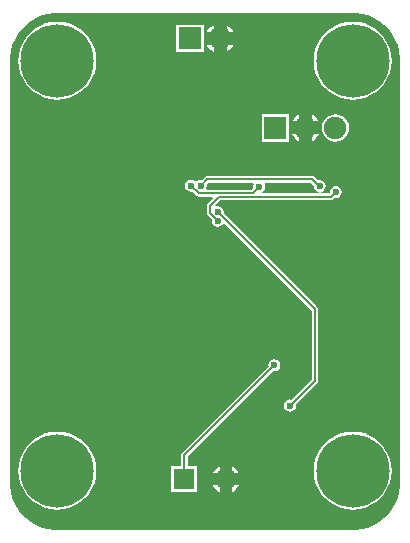
<source format=gbl>
G04*
G04 #@! TF.GenerationSoftware,Altium Limited,Altium Designer,19.1.6 (110)*
G04*
G04 Layer_Physical_Order=2*
G04 Layer_Color=16711680*
%FSLAX43Y43*%
%MOMM*%
G71*
G01*
G75*
%ADD25C,1.900*%
%ADD26R,1.900X1.900*%
%ADD43C,0.150*%
%ADD44C,1.800*%
%ADD45R,1.800X1.800*%
%ADD46C,6.200*%
%ADD47C,0.600*%
G36*
X99788Y92961D02*
X100298Y92824D01*
X100786Y92622D01*
X101244Y92358D01*
X101663Y92036D01*
X102036Y91663D01*
X102358Y91244D01*
X102622Y90786D01*
X102824Y90298D01*
X102961Y89788D01*
X103030Y89264D01*
Y89000D01*
X103030Y53285D01*
X103030Y53021D01*
X102961Y52497D01*
X102824Y51987D01*
X102622Y51499D01*
X102358Y51041D01*
X102036Y50622D01*
X101663Y50248D01*
X101244Y49927D01*
X100786Y49663D01*
X100298Y49461D01*
X99788Y49324D01*
X99264Y49255D01*
X99000Y49255D01*
X74000D01*
X73736Y49255D01*
X73212Y49324D01*
X72702Y49461D01*
X72214Y49663D01*
X71756Y49927D01*
X71337Y50249D01*
X70963Y50622D01*
X70642Y51041D01*
X70378Y51499D01*
X70176Y51987D01*
X70039Y52497D01*
X69970Y53021D01*
Y53285D01*
Y89000D01*
Y89264D01*
X70039Y89788D01*
X70176Y90298D01*
X70378Y90786D01*
X70642Y91244D01*
X70964Y91663D01*
X71337Y92036D01*
X71756Y92358D01*
X72214Y92622D01*
X72702Y92824D01*
X73212Y92961D01*
X73736Y93030D01*
X99264D01*
X99788Y92961D01*
D02*
G37*
%LPC*%
G36*
X88320Y92000D02*
Y91425D01*
X88895D01*
X88862Y91505D01*
X88662Y91767D01*
X88400Y91967D01*
X88320Y92000D01*
D02*
G37*
G36*
X87220D02*
X87140Y91967D01*
X86878Y91767D01*
X86678Y91505D01*
X86645Y91425D01*
X87220D01*
Y92000D01*
D02*
G37*
G36*
X88895Y90325D02*
X88320D01*
Y89750D01*
X88400Y89783D01*
X88662Y89983D01*
X88862Y90245D01*
X88895Y90325D01*
D02*
G37*
G36*
X87220D02*
X86645D01*
X86678Y90245D01*
X86878Y89983D01*
X87140Y89783D01*
X87220Y89750D01*
Y90325D01*
D02*
G37*
G36*
X86380Y92025D02*
X84080D01*
Y89725D01*
X86380D01*
Y92025D01*
D02*
G37*
G36*
X99000Y92310D02*
X98482Y92269D01*
X97977Y92148D01*
X97497Y91949D01*
X97054Y91678D01*
X96659Y91341D01*
X96322Y90946D01*
X96051Y90503D01*
X95852Y90023D01*
X95731Y89518D01*
X95690Y89000D01*
X95731Y88482D01*
X95852Y87977D01*
X96051Y87497D01*
X96322Y87054D01*
X96659Y86659D01*
X97054Y86322D01*
X97497Y86051D01*
X97977Y85852D01*
X98482Y85731D01*
X99000Y85690D01*
X99518Y85731D01*
X100023Y85852D01*
X100503Y86051D01*
X100946Y86322D01*
X101341Y86659D01*
X101678Y87054D01*
X101949Y87497D01*
X102148Y87977D01*
X102269Y88482D01*
X102310Y89000D01*
X102269Y89518D01*
X102148Y90023D01*
X101949Y90503D01*
X101678Y90946D01*
X101341Y91341D01*
X100946Y91678D01*
X100503Y91949D01*
X100023Y92148D01*
X99518Y92269D01*
X99000Y92310D01*
D02*
G37*
G36*
X74000D02*
X73482Y92269D01*
X72977Y92148D01*
X72497Y91949D01*
X72054Y91678D01*
X71659Y91341D01*
X71322Y90946D01*
X71051Y90503D01*
X70852Y90023D01*
X70731Y89518D01*
X70690Y89000D01*
X70731Y88482D01*
X70852Y87977D01*
X71051Y87497D01*
X71322Y87054D01*
X71659Y86659D01*
X72054Y86322D01*
X72497Y86051D01*
X72977Y85852D01*
X73482Y85731D01*
X74000Y85690D01*
X74518Y85731D01*
X75023Y85852D01*
X75503Y86051D01*
X75946Y86322D01*
X76341Y86659D01*
X76678Y87054D01*
X76949Y87497D01*
X77148Y87977D01*
X77269Y88482D01*
X77310Y89000D01*
X77269Y89518D01*
X77148Y90023D01*
X76949Y90503D01*
X76678Y90946D01*
X76341Y91341D01*
X75946Y91678D01*
X75503Y91949D01*
X75023Y92148D01*
X74518Y92269D01*
X74000Y92310D01*
D02*
G37*
G36*
X95550Y84425D02*
Y83850D01*
X96125D01*
X96092Y83930D01*
X95892Y84192D01*
X95630Y84392D01*
X95550Y84425D01*
D02*
G37*
G36*
X94450D02*
X94370Y84392D01*
X94108Y84192D01*
X93908Y83930D01*
X93875Y83850D01*
X94450D01*
Y84425D01*
D02*
G37*
G36*
X96125Y82750D02*
X95550D01*
Y82175D01*
X95630Y82208D01*
X95892Y82408D01*
X96092Y82670D01*
X96125Y82750D01*
D02*
G37*
G36*
X94450D02*
X93875D01*
X93908Y82670D01*
X94108Y82408D01*
X94370Y82208D01*
X94450Y82175D01*
Y82750D01*
D02*
G37*
G36*
X93610Y84450D02*
X91310D01*
Y82150D01*
X93610D01*
Y84450D01*
D02*
G37*
G36*
X97545Y84465D02*
X97245Y84425D01*
X96965Y84310D01*
X96725Y84125D01*
X96541Y83885D01*
X96425Y83605D01*
X96385Y83305D01*
X96425Y83005D01*
X96541Y82725D01*
X96725Y82485D01*
X96965Y82301D01*
X97245Y82185D01*
X97545Y82145D01*
X97845Y82185D01*
X98125Y82301D01*
X98365Y82485D01*
X98550Y82725D01*
X98665Y83005D01*
X98705Y83305D01*
X98665Y83605D01*
X98550Y83885D01*
X98365Y84125D01*
X98125Y84310D01*
X97845Y84425D01*
X97545Y84465D01*
D02*
G37*
G36*
X95575Y79230D02*
X86675D01*
X86568Y79209D01*
X86477Y79148D01*
X86244Y78916D01*
X86150Y78935D01*
X85955Y78896D01*
X85790Y78785D01*
X85788Y78784D01*
X85661D01*
X85660Y78785D01*
X85495Y78896D01*
X85300Y78935D01*
X85105Y78896D01*
X84940Y78785D01*
X84829Y78620D01*
X84790Y78425D01*
X84829Y78230D01*
X84940Y78065D01*
X85105Y77954D01*
X85300Y77915D01*
X85394Y77934D01*
X85752Y77577D01*
X85843Y77516D01*
X85950Y77495D01*
X87132D01*
X87181Y77377D01*
X86714Y76910D01*
X86653Y76819D01*
X86632Y76712D01*
Y76113D01*
X86653Y76006D01*
X86714Y75915D01*
X87084Y75544D01*
X87065Y75450D01*
X87104Y75255D01*
X87215Y75090D01*
X87380Y74979D01*
X87575Y74940D01*
X87770Y74979D01*
X87935Y75090D01*
X87995Y75179D01*
X88154Y75199D01*
X95520Y67834D01*
Y62016D01*
X93794Y60291D01*
X93700Y60310D01*
X93505Y60271D01*
X93340Y60160D01*
X93229Y59995D01*
X93190Y59800D01*
X93229Y59605D01*
X93340Y59440D01*
X93505Y59329D01*
X93700Y59290D01*
X93895Y59329D01*
X94060Y59440D01*
X94171Y59605D01*
X94210Y59800D01*
X94191Y59894D01*
X95998Y61702D01*
X96059Y61793D01*
X96080Y61900D01*
Y67950D01*
X96059Y68057D01*
X95998Y68148D01*
X88066Y76081D01*
X88085Y76175D01*
X88046Y76370D01*
X87935Y76535D01*
X87770Y76646D01*
X87575Y76685D01*
X87433Y76656D01*
X87370Y76774D01*
X87791Y77195D01*
X97175D01*
X97282Y77216D01*
X97373Y77277D01*
X97481Y77384D01*
X97575Y77365D01*
X97770Y77404D01*
X97935Y77515D01*
X98046Y77680D01*
X98085Y77875D01*
X98046Y78070D01*
X97935Y78235D01*
X97770Y78346D01*
X97575Y78385D01*
X97380Y78346D01*
X97215Y78235D01*
X97104Y78070D01*
X97065Y77875D01*
X96960Y77755D01*
X96324D01*
X96311Y77882D01*
X96420Y77904D01*
X96585Y78015D01*
X96696Y78180D01*
X96735Y78375D01*
X96696Y78570D01*
X96585Y78735D01*
X96420Y78846D01*
X96225Y78885D01*
X96068Y78854D01*
X95773Y79148D01*
X95682Y79209D01*
X95575Y79230D01*
D02*
G37*
G36*
X92375Y63710D02*
X92180Y63671D01*
X92015Y63560D01*
X91904Y63395D01*
X91865Y63200D01*
X91884Y63106D01*
X84552Y55773D01*
X84491Y55682D01*
X84470Y55575D01*
Y54650D01*
X83650D01*
Y52450D01*
X85850D01*
Y54650D01*
X85030D01*
Y55459D01*
X92281Y62709D01*
X92375Y62690D01*
X92570Y62729D01*
X92735Y62840D01*
X92846Y63005D01*
X92885Y63200D01*
X92846Y63395D01*
X92735Y63560D01*
X92570Y63671D01*
X92375Y63710D01*
D02*
G37*
G36*
X88750Y54642D02*
Y54050D01*
X89342D01*
X89298Y54155D01*
X89106Y54406D01*
X88855Y54598D01*
X88750Y54642D01*
D02*
G37*
G36*
X87750D02*
X87645Y54598D01*
X87394Y54406D01*
X87202Y54155D01*
X87158Y54050D01*
X87750D01*
Y54642D01*
D02*
G37*
G36*
X89342Y53050D02*
X88750D01*
Y52458D01*
X88855Y52502D01*
X89106Y52694D01*
X89298Y52945D01*
X89342Y53050D01*
D02*
G37*
G36*
X87750D02*
X87158D01*
X87202Y52945D01*
X87394Y52694D01*
X87645Y52502D01*
X87750Y52458D01*
Y53050D01*
D02*
G37*
G36*
X99000Y57595D02*
X98482Y57554D01*
X97977Y57433D01*
X97497Y57234D01*
X97054Y56963D01*
X96659Y56626D01*
X96322Y56231D01*
X96051Y55788D01*
X95852Y55308D01*
X95731Y54803D01*
X95690Y54285D01*
X95731Y53767D01*
X95852Y53262D01*
X96051Y52782D01*
X96322Y52339D01*
X96659Y51944D01*
X97054Y51607D01*
X97497Y51336D01*
X97977Y51137D01*
X98482Y51016D01*
X99000Y50975D01*
X99518Y51016D01*
X100023Y51137D01*
X100503Y51336D01*
X100946Y51607D01*
X101341Y51944D01*
X101678Y52339D01*
X101949Y52782D01*
X102148Y53262D01*
X102269Y53767D01*
X102310Y54285D01*
X102269Y54803D01*
X102148Y55308D01*
X101949Y55788D01*
X101678Y56231D01*
X101341Y56626D01*
X100946Y56963D01*
X100503Y57234D01*
X100023Y57433D01*
X99518Y57554D01*
X99000Y57595D01*
D02*
G37*
G36*
X74000D02*
X73482Y57554D01*
X72977Y57433D01*
X72497Y57234D01*
X72054Y56963D01*
X71659Y56626D01*
X71322Y56231D01*
X71051Y55788D01*
X70852Y55308D01*
X70731Y54803D01*
X70690Y54285D01*
X70731Y53767D01*
X70852Y53262D01*
X71051Y52782D01*
X71322Y52339D01*
X71659Y51944D01*
X72054Y51607D01*
X72497Y51336D01*
X72977Y51137D01*
X73482Y51016D01*
X74000Y50975D01*
X74518Y51016D01*
X75023Y51137D01*
X75503Y51336D01*
X75946Y51607D01*
X76341Y51944D01*
X76678Y52339D01*
X76949Y52782D01*
X77148Y53262D01*
X77269Y53767D01*
X77310Y54285D01*
X77269Y54803D01*
X77148Y55308D01*
X76949Y55788D01*
X76678Y56231D01*
X76341Y56626D01*
X75946Y56963D01*
X75503Y57234D01*
X75023Y57433D01*
X74518Y57554D01*
X74000Y57595D01*
D02*
G37*
%LPD*%
G36*
X90654Y78558D02*
X90629Y78520D01*
X90590Y78325D01*
X90609Y78231D01*
X90434Y78055D01*
X86657D01*
X86589Y78182D01*
X86621Y78230D01*
X86660Y78425D01*
X86641Y78519D01*
X86791Y78670D01*
X90594D01*
X90654Y78558D01*
D02*
G37*
G36*
X95722Y78407D02*
X95715Y78375D01*
X95754Y78180D01*
X95865Y78015D01*
X96030Y77904D01*
X96139Y77882D01*
X96126Y77755D01*
X91376D01*
X91338Y77882D01*
X91460Y77965D01*
X91571Y78130D01*
X91610Y78325D01*
X91571Y78520D01*
X91546Y78558D01*
X91606Y78670D01*
X95459D01*
X95722Y78407D01*
D02*
G37*
D25*
X97545Y83305D02*
D03*
X95000Y83300D02*
D03*
X87770Y90875D02*
D03*
D26*
X92460Y83300D02*
D03*
X85230Y90875D02*
D03*
D43*
X84750Y55575D02*
X92375Y63200D01*
X84750Y53550D02*
Y55575D01*
X95800Y61900D02*
Y67950D01*
X93700Y59800D02*
X95800Y61900D01*
X87575Y76175D02*
X95800Y67950D01*
X86912Y76113D02*
Y76712D01*
Y76113D02*
X87575Y75450D01*
X86912Y76712D02*
X87675Y77475D01*
X97175D01*
X97575Y77875D01*
X86150Y78425D02*
X86675Y78950D01*
X95575D01*
X96150Y78375D01*
X96225D01*
X85300Y78425D02*
X85950Y77775D01*
X90550D01*
X91100Y78325D01*
Y78203D02*
Y78325D01*
D44*
X88250Y53550D02*
D03*
D45*
X84750D02*
D03*
D46*
X99000Y89000D02*
D03*
X74000D02*
D03*
X99000Y54285D02*
D03*
X74000D02*
D03*
D47*
X100000Y84000D02*
D03*
X102000Y80000D02*
D03*
X100000Y76000D02*
D03*
X102000Y72000D02*
D03*
X100000Y68000D02*
D03*
X102000Y64000D02*
D03*
X100000Y60000D02*
D03*
X98000Y80000D02*
D03*
Y72000D02*
D03*
Y64000D02*
D03*
X96000Y60000D02*
D03*
Y52000D02*
D03*
X94000Y88000D02*
D03*
Y80000D02*
D03*
Y72000D02*
D03*
X92000Y60000D02*
D03*
X94000Y56000D02*
D03*
X92000Y52000D02*
D03*
X88000Y84000D02*
D03*
X90000Y80000D02*
D03*
Y72000D02*
D03*
X88000Y68000D02*
D03*
X90000Y64000D02*
D03*
X88000Y60000D02*
D03*
X90000Y56000D02*
D03*
X88000Y52000D02*
D03*
X86000Y80000D02*
D03*
Y72000D02*
D03*
Y64000D02*
D03*
X84000Y52000D02*
D03*
X80000Y84000D02*
D03*
Y52000D02*
D03*
X78000Y88000D02*
D03*
X76000Y84000D02*
D03*
Y68000D02*
D03*
Y60000D02*
D03*
X78000Y56000D02*
D03*
X72000Y84000D02*
D03*
Y76000D02*
D03*
Y68000D02*
D03*
X74000Y64000D02*
D03*
X72000Y60000D02*
D03*
X85100Y75950D02*
D03*
X79925Y76361D02*
D03*
X79950Y77536D02*
D03*
Y78461D02*
D03*
Y79361D02*
D03*
X96225Y78375D02*
D03*
X91100Y78325D02*
D03*
X93700Y59800D02*
D03*
X97575Y77875D02*
D03*
X87575Y75450D02*
D03*
Y76175D02*
D03*
X92375Y63200D02*
D03*
X86150Y78425D02*
D03*
X85300D02*
D03*
M02*

</source>
